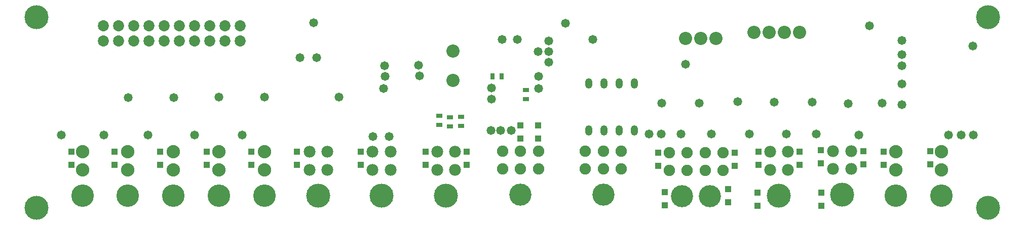
<source format=gbs>
G04 Layer_Color=16711935*
%FSLAX44Y44*%
%MOMM*%
G71*
G01*
G75*
%ADD39R,0.7032X1.0032*%
%ADD40R,1.0032X0.7032*%
%ADD49C,1.9032*%
%ADD50C,3.7032*%
%ADD51C,4.0132*%
%ADD52C,2.2352*%
%ADD53C,3.7592*%
%ADD54C,1.9812*%
%ADD55C,1.8542*%
%ADD56C,2.2032*%
%ADD57O,1.2192X1.7272*%
%ADD58C,1.4732*%
%ADD59R,1.0032X1.0032*%
D39*
X824350Y284480D02*
D03*
X839350D02*
D03*
D40*
X735330Y203320D02*
D03*
Y218320D02*
D03*
X880110Y261500D02*
D03*
Y246500D02*
D03*
X772160Y202050D02*
D03*
Y217050D02*
D03*
X753110Y200780D02*
D03*
Y215780D02*
D03*
D49*
X979650Y159560D02*
D03*
Y129560D02*
D03*
X1039650D02*
D03*
X1009650D02*
D03*
X1039650Y159560D02*
D03*
X1009650D02*
D03*
X1119590Y157000D02*
D03*
X1149590D02*
D03*
X1179590D02*
D03*
X1209590D02*
D03*
X1119590Y127000D02*
D03*
X1149590D02*
D03*
X1179590D02*
D03*
X1209590D02*
D03*
X901220Y159560D02*
D03*
X871220D02*
D03*
X841220D02*
D03*
Y129560D02*
D03*
X901220D02*
D03*
X871220D02*
D03*
D50*
X1009650Y86360D02*
D03*
X1187990Y83800D02*
D03*
X1141190D02*
D03*
X871220Y86360D02*
D03*
D51*
X62230Y383540D02*
D03*
Y64770D02*
D03*
X1652270Y383540D02*
D03*
Y64770D02*
D03*
X638810Y85090D02*
D03*
X1303020D02*
D03*
X746760D02*
D03*
X1408430Y86360D02*
D03*
X533400Y85090D02*
D03*
D52*
X1574800Y158242D02*
D03*
Y128270D02*
D03*
X443230Y158242D02*
D03*
Y128270D02*
D03*
X139700Y158242D02*
D03*
Y128270D02*
D03*
X214630Y158242D02*
D03*
Y128270D02*
D03*
X367030Y158242D02*
D03*
Y128270D02*
D03*
X290830Y158242D02*
D03*
Y128270D02*
D03*
X1498600Y158242D02*
D03*
Y128270D02*
D03*
D53*
X1574800Y85090D02*
D03*
X443230D02*
D03*
X139700D02*
D03*
X214630D02*
D03*
X367030D02*
D03*
X290830D02*
D03*
X1498600D02*
D03*
D54*
X653796Y158242D02*
D03*
X623824D02*
D03*
X653796Y128270D02*
D03*
X623824D02*
D03*
X1318006Y158242D02*
D03*
X1288034D02*
D03*
X1318006Y128270D02*
D03*
X1288034D02*
D03*
X761746Y158242D02*
D03*
X731774D02*
D03*
X761746Y128270D02*
D03*
X731774D02*
D03*
X1423416Y159512D02*
D03*
X1393444D02*
D03*
X1423416Y129540D02*
D03*
X1393444D02*
D03*
X548386Y158242D02*
D03*
X518414D02*
D03*
X548386Y128270D02*
D03*
X518414D02*
D03*
D55*
X173990Y369570D02*
D03*
Y344170D02*
D03*
X199390D02*
D03*
Y369570D02*
D03*
X250190D02*
D03*
Y344170D02*
D03*
X224790D02*
D03*
Y369570D02*
D03*
X326390D02*
D03*
Y344170D02*
D03*
X351790D02*
D03*
Y369570D02*
D03*
X300990D02*
D03*
Y344170D02*
D03*
X275590D02*
D03*
Y369570D02*
D03*
X402590D02*
D03*
Y344170D02*
D03*
X377190D02*
D03*
Y369570D02*
D03*
D56*
X1197610Y347980D02*
D03*
X1172210D02*
D03*
X1146810D02*
D03*
X758190Y277860D02*
D03*
Y326660D02*
D03*
X1286510Y358140D02*
D03*
X1261110D02*
D03*
X1311910D02*
D03*
X1337310D02*
D03*
D57*
X985520Y194310D02*
D03*
X1010920D02*
D03*
X1036320D02*
D03*
X1061720D02*
D03*
X985520Y273050D02*
D03*
X1061720D02*
D03*
X1010920D02*
D03*
X1036320D02*
D03*
D58*
X918210Y326390D02*
D03*
Y308610D02*
D03*
X946150Y373380D02*
D03*
X901700Y284480D02*
D03*
X866140Y346710D02*
D03*
X822960Y246380D02*
D03*
X1508760Y302260D02*
D03*
X1475740Y240030D02*
D03*
X1418590Y238760D02*
D03*
X1358900Y241300D02*
D03*
X1295400D02*
D03*
X1234440Y242570D02*
D03*
X1169670Y240030D02*
D03*
X1107440D02*
D03*
X1626870Y335280D02*
D03*
X1628140Y186690D02*
D03*
X1508760Y271780D02*
D03*
X840740Y346710D02*
D03*
X104140Y186690D02*
D03*
X1586230D02*
D03*
X702310Y285750D02*
D03*
X701040Y303530D02*
D03*
X651510Y184150D02*
D03*
X642620Y264160D02*
D03*
X645160Y284480D02*
D03*
X1508760Y237490D02*
D03*
X1315720Y187960D02*
D03*
X1253490D02*
D03*
X1365250D02*
D03*
X1139190D02*
D03*
X624840Y184150D02*
D03*
X1607820Y186690D02*
D03*
X525780Y374650D02*
D03*
X1454150Y369570D02*
D03*
X991870Y346710D02*
D03*
X502920Y316230D02*
D03*
X643890Y302260D02*
D03*
X1085850Y187960D02*
D03*
X1436370Y186690D02*
D03*
X1189990Y187960D02*
D03*
X1106170D02*
D03*
X822960Y265430D02*
D03*
X838200Y194310D02*
D03*
X821690D02*
D03*
X855980D02*
D03*
X248920Y186690D02*
D03*
X326390D02*
D03*
X406400D02*
D03*
X175260D02*
D03*
X1146810Y304800D02*
D03*
X918210Y344170D02*
D03*
X900430Y326390D02*
D03*
X901700Y264160D02*
D03*
X1508760Y321310D02*
D03*
Y344492D02*
D03*
X530860Y316230D02*
D03*
X367030Y250190D02*
D03*
X292100Y248920D02*
D03*
X215900D02*
D03*
X443230Y250190D02*
D03*
X567690D02*
D03*
D59*
X712470Y158320D02*
D03*
Y136320D02*
D03*
X604520D02*
D03*
Y158320D02*
D03*
X497840Y136320D02*
D03*
Y158320D02*
D03*
X421640Y136320D02*
D03*
Y158320D02*
D03*
X346710Y136320D02*
D03*
Y158320D02*
D03*
X193040Y136320D02*
D03*
Y158320D02*
D03*
X1443990Y137590D02*
D03*
Y159590D02*
D03*
X1555750Y137590D02*
D03*
Y159590D02*
D03*
X1478280Y136320D02*
D03*
Y158320D02*
D03*
X1374140Y67740D02*
D03*
Y89740D02*
D03*
X1372870Y138860D02*
D03*
Y160860D02*
D03*
X1267460Y67740D02*
D03*
Y89740D02*
D03*
X871220Y180770D02*
D03*
Y202770D02*
D03*
X120650Y136320D02*
D03*
Y158320D02*
D03*
X781050D02*
D03*
Y136320D02*
D03*
X269240D02*
D03*
Y158320D02*
D03*
X1101090Y135050D02*
D03*
Y157050D02*
D03*
X1217930Y74090D02*
D03*
Y96090D02*
D03*
X1229360Y157050D02*
D03*
Y135050D02*
D03*
X1268730Y136320D02*
D03*
Y158320D02*
D03*
X1112520Y69010D02*
D03*
Y91010D02*
D03*
X900430Y202770D02*
D03*
Y180770D02*
D03*
X1337310Y136320D02*
D03*
Y158320D02*
D03*
M02*

</source>
